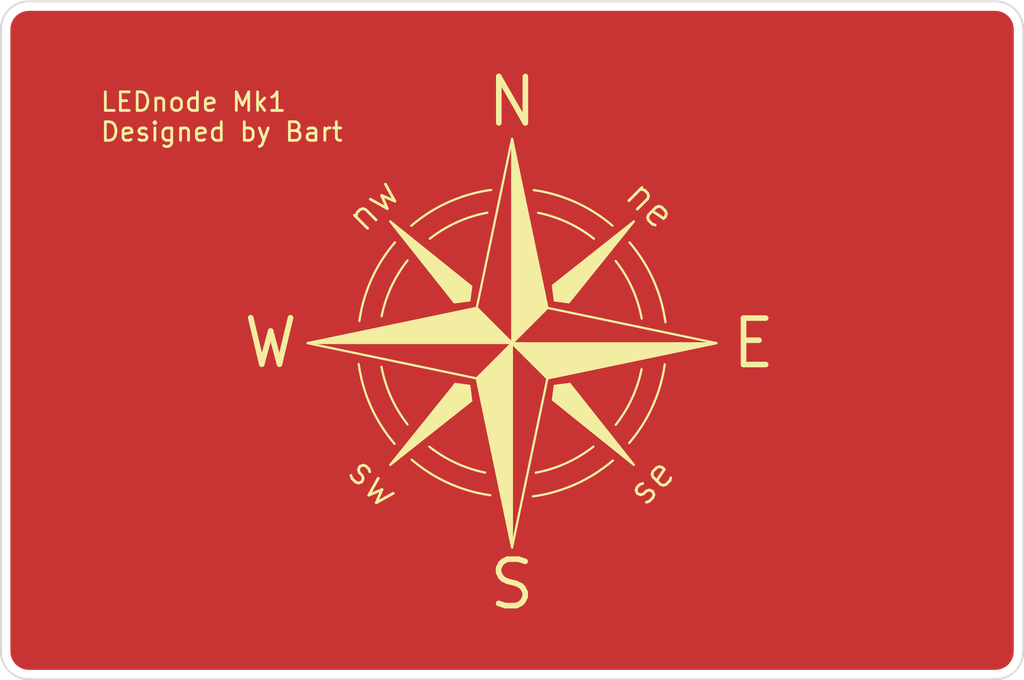
<source format=kicad_pcb>
(kicad_pcb (version 20211014) (generator pcbnew)

  (general
    (thickness 1.6)
  )

  (paper "A4")
  (layers
    (0 "F.Cu" signal)
    (31 "B.Cu" signal)
    (32 "B.Adhes" user "B.Adhesive")
    (33 "F.Adhes" user "F.Adhesive")
    (34 "B.Paste" user)
    (35 "F.Paste" user)
    (36 "B.SilkS" user "B.Silkscreen")
    (37 "F.SilkS" user "F.Silkscreen")
    (38 "B.Mask" user)
    (39 "F.Mask" user)
    (40 "Dwgs.User" user "User.Drawings")
    (41 "Cmts.User" user "User.Comments")
    (42 "Eco1.User" user "User.Eco1")
    (43 "Eco2.User" user "User.Eco2")
    (44 "Edge.Cuts" user)
    (45 "Margin" user)
    (46 "B.CrtYd" user "B.Courtyard")
    (47 "F.CrtYd" user "F.Courtyard")
    (48 "B.Fab" user)
    (49 "F.Fab" user)
    (50 "User.1" user)
    (51 "User.2" user)
    (52 "User.3" user)
    (53 "User.4" user)
    (54 "User.5" user)
    (55 "User.6" user)
    (56 "User.7" user)
    (57 "User.8" user)
    (58 "User.9" user)
  )

  (setup
    (pad_to_mask_clearance 0)
    (aux_axis_origin 83 65.25)
    (grid_origin 83 65.25)
    (pcbplotparams
      (layerselection 0x00010fc_ffffffff)
      (disableapertmacros false)
      (usegerberextensions false)
      (usegerberattributes true)
      (usegerberadvancedattributes true)
      (creategerberjobfile true)
      (svguseinch false)
      (svgprecision 6)
      (excludeedgelayer true)
      (plotframeref false)
      (viasonmask false)
      (mode 1)
      (useauxorigin false)
      (hpglpennumber 1)
      (hpglpenspeed 20)
      (hpglpendiameter 15.000000)
      (dxfpolygonmode true)
      (dxfimperialunits true)
      (dxfusepcbnewfont true)
      (psnegative false)
      (psa4output false)
      (plotreference true)
      (plotvalue true)
      (plotinvisibletext false)
      (sketchpadsonfab false)
      (subtractmaskfromsilk false)
      (outputformat 1)
      (mirror false)
      (drillshape 0)
      (scaleselection 1)
      (outputdirectory "output")
    )
  )

  (net 0 "")

  (gr_arc (start 81.666643 98.643706) (mid 80.778073 97.179279) (end 80.264987 95.545007) (layer "F.SilkS") (width 0.12) (tstamp 044ed909-8654-4432-ad65-2607224e408b))
  (gr_line (start 87.289987 94.270007) (end 89.189987 92.370007) (layer "F.SilkS") (width 0.12) (tstamp 08c2fe9e-4db3-461d-aab5-c2deb2946fda))
  (gr_line (start 87.289987 94.270007) (end 85.389987 96.170007) (layer "F.SilkS") (width 0.12) (tstamp 0e49a73c-9c97-4fb2-8d5c-702d917314fa))
  (gr_line (start 80.739987 100.820007) (end 84.239987 96.470007) (layer "F.SilkS") (width 0.12) (tstamp 13dd90ee-c7e8-4040-ba8f-56869b31cc55))
  (gr_poly
    (pts
      (xy 89.189987 92.370007)
      (xy 87.289987 94.270007)
      (xy 87.289987 83.270007)
    ) (layer "F.SilkS") (width 0.1) (fill solid) (tstamp 16cb4a1b-6f4d-4895-9eb2-fad8204106c5))
  (gr_arc (start 92.710761 100.59008) (mid 90.702163 101.865082) (end 88.414987 102.520007) (layer "F.SilkS") (width 0.12) (tstamp 18372199-6d42-409f-bbb7-74467619f327))
  (gr_poly
    (pts
      (xy 84.239987 96.470007)
      (xy 84.989987 96.570007)
      (xy 85.089987 97.370007)
      (xy 80.739987 100.820007)
    ) (layer "F.SilkS") (width 0.1) (fill solid) (tstamp 18a14ec2-01f7-49d9-b27e-77bb85efea3f))
  (gr_poly
    (pts
      (xy 89.189987 96.170007)
      (xy 87.289987 94.270007)
      (xy 98.289987 94.270007)
    ) (layer "F.SilkS") (width 0.1) (fill solid) (tstamp 1e90cf46-4e9f-420d-a0ed-37f5bd11d5c7))
  (gr_line (start 89.589987 96.570007) (end 89.489987 97.320007) (layer "F.SilkS") (width 0.12) (tstamp 2163dff5-07e1-4551-acf0-9de9075ae601))
  (gr_line (start 84.989987 91.970007) (end 85.089987 91.220007) (layer "F.SilkS") (width 0.12) (tstamp 223ef4dd-1cbf-4611-bb49-bcdbf0924f22))
  (gr_line (start 84.989987 96.570007) (end 85.089987 97.370007) (layer "F.SilkS") (width 0.12) (tstamp 2aacc7ee-3fc3-455f-aa7d-355097e2af11))
  (gr_poly
    (pts
      (xy 85.389987 96.170007)
      (xy 87.289987 94.270007)
      (xy 87.289987 105.270007)
    ) (layer "F.SilkS") (width 0.1) (fill solid) (tstamp 2d6d5d89-1997-4fb5-aebd-b4766772d56a))
  (gr_line (start 90.389987 96.470007) (end 93.839987 100.820007) (layer "F.SilkS") (width 0.12) (tstamp 30127ee8-4b22-4425-abd7-0395faa300de))
  (gr_arc (start 94.258812 95.66875) (mid 93.738239 97.251273) (end 92.864987 98.670007) (layer "F.SilkS") (width 0.12) (tstamp 35601600-1163-4a53-8b40-dd539dfa5206))
  (gr_line (start 87.289987 94.270007) (end 85.389987 92.370007) (layer "F.SilkS") (width 0.12) (tstamp 415df666-b89e-4c69-a5d3-9ef77e488ec3))
  (gr_arc (start 80.271162 92.821264) (mid 80.791735 91.238741) (end 81.664987 89.820007) (layer "F.SilkS") (width 0.12) (tstamp 457a9703-d9de-41a9-8fc5-275c0a85c6bf))
  (gr_arc (start 85.841244 101.238832) (mid 84.258721 100.718259) (end 82.839987 99.845007) (layer "F.SilkS") (width 0.12) (tstamp 4d429e53-f584-4ffa-bc2b-66a9602033e8))
  (gr_poly
    (pts
      (xy 89.489987 97.320007)
      (xy 89.589987 96.570007)
      (xy 90.389987 96.470007)
      (xy 93.839987 100.820007)
    ) (layer "F.SilkS") (width 0.1) (fill solid) (tstamp 51004712-aca9-4fbd-9031-39741f9e5cab))
  (gr_line (start 80.739987 87.720007) (end 85.089987 91.220007) (layer "F.SilkS") (width 0.12) (tstamp 5e69a0f3-9ff5-4f5b-b661-0d9edea4bbbf))
  (gr_arc (start 88.459635 86.030269) (mid 90.711482 86.685683) (end 92.689987 87.945007) (layer "F.SilkS") (width 0.12) (tstamp 693ae028-eb1e-48af-9ae4-abae25d6748a))
  (gr_line (start 89.489987 91.170007) (end 93.839987 87.720007) (layer "F.SilkS") (width 0.12) (tstamp 6aeafff6-3be4-4498-9854-57c3abfa45d2))
  (gr_line (start 87.289987 94.270007) (end 89.189987 92.370007) (layer "F.SilkS") (width 0.12) (tstamp 717c6031-0891-41ab-8302-9fe8142a6e0e))
  (gr_line (start 84.189987 92.070007) (end 80.739987 87.720007) (layer "F.SilkS") (width 0.12) (tstamp 71b55845-1b69-4075-b010-f80ab5543ed4))
  (gr_line (start 84.989987 91.970007) (end 84.189987 92.070007) (layer "F.SilkS") (width 0.12) (tstamp 7c836b02-4cfd-4161-9119-dcc9cb64655b))
  (gr_line (start 89.589987 91.970007) (end 89.489987 91.170007) (layer "F.SilkS") (width 0.12) (tstamp 87877e0b-f92c-44db-9e93-c4f6d6537d84))
  (gr_line (start 84.989987 96.570007) (end 84.239987 96.470007) (layer "F.SilkS") (width 0.12) (tstamp 887d0669-7224-46c3-b959-0cacd5c8d6af))
  (gr_arc (start 86.120339 102.459745) (mid 83.868492 101.804331) (end 81.889987 100.545007) (layer "F.SilkS") (width 0.12) (tstamp 8c80c2f3-7c8a-4de6-a246-b9cb78d858a8))
  (gr_line (start 98.289987 94.270007) (end 89.189987 96.170007) (layer "F.SilkS") (width 0.12) (tstamp 8e0727f4-50f3-42c4-91d4-869d32e5eff1))
  (gr_poly
    (pts
      (xy 90.339987 92.070007)
      (xy 89.589987 91.970007)
      (xy 89.489987 91.170007)
      (xy 93.839987 87.720007)
    ) (layer "F.SilkS") (width 0.1) (fill solid) (tstamp 90a007c8-c822-4ebb-9819-46979a536fb9))
  (gr_arc (start 92.863331 89.846308) (mid 93.751901 91.310735) (end 94.264987 92.945007) (layer "F.SilkS") (width 0.12) (tstamp 97ceecb7-c2ec-481c-a4e0-035ace2a3fbf))
  (gr_line (start 76.289987 94.270007) (end 85.389987 92.370007) (layer "F.SilkS") (width 0.12) (tstamp 9b4a8747-4c13-4b6e-96b2-531e431b6bb7))
  (gr_arc (start 91.663686 99.843351) (mid 90.199259 100.731921) (end 88.564987 101.245007) (layer "F.SilkS") (width 0.12) (tstamp a077d917-9677-465f-a25d-c2a9bd23a7ea))
  (gr_line (start 85.389987 92.370007) (end 87.289987 83.270007) (layer "F.SilkS") (width 0.12) (tstamp a26c0df0-52c9-4e45-91bf-6aea7bd691ee))
  (gr_line (start 93.839987 100.820007) (end 89.489987 97.320007) (layer "F.SilkS") (width 0.12) (tstamp adb725e0-e3e9-4d37-ba24-39df5e2104af))
  (gr_poly
    (pts
      (xy 85.089987 91.220007)
      (xy 84.989987 91.970007)
      (xy 84.189987 92.070007)
      (xy 80.739987 87.720007)
    ) (layer "F.SilkS") (width 0.1) (fill solid) (tstamp b7fc5dc4-97fc-4c54-b541-558a75878fd0))
  (gr_arc (start 80.969914 99.690781) (mid 79.694912 97.682183) (end 79.039987 95.395007) (layer "F.SilkS") (width 0.12) (tstamp b9da1d38-fded-40b7-b33d-ac2facb5323d))
  (gr_line (start 87.289987 105.270007) (end 85.389987 96.170007) (layer "F.SilkS") (width 0.12) (tstamp c67e5815-c998-4dd5-8f42-db53c3435402))
  (gr_line (start 89.589987 96.570007) (end 90.389987 96.470007) (layer "F.SilkS") (width 0.12) (tstamp c6d64002-c5ad-4626-a0fc-e6a1934ddeb6))
  (gr_line (start 87.289987 94.270007) (end 89.189987 96.170007) (layer "F.SilkS") (width 0.12) (tstamp c939261b-d0c5-448e-8cbf-baf3f3daa97b))
  (gr_line (start 87.289987 94.270007) (end 89.189987 96.170007) (layer "F.SilkS") (width 0.12) (tstamp cb658b90-0137-418f-898f-ae34f878f9a0))
  (gr_line (start 87.289987 94.270007) (end 85.389987 92.370007) (layer "F.SilkS") (width 0.12) (tstamp cc988e77-b0de-4536-a4d3-434110248035))
  (gr_arc (start 82.866288 88.646663) (mid 84.330715 87.758093) (end 85.964987 87.245007) (layer "F.SilkS") (width 0.12) (tstamp d2d3016a-1496-436a-99b5-0c711c0e038c))
  (gr_line (start 87.289987 94.270007) (end 85.389987 96.170007) (layer "F.SilkS") (width 0.12) (tstamp db75f590-c58d-4dae-8488-42d1c001514c))
  (gr_arc (start 88.68873 87.251182) (mid 90.271253 87.771755) (end 91.689987 88.645007) (layer "F.SilkS") (width 0.12) (tstamp e3b7ace7-1ac4-4100-9695-a27919a29fd9))
  (gr_arc (start 93.61006 88.849233) (mid 94.885062 90.857831) (end 95.539987 93.145007) (layer "F.SilkS") (width 0.12) (tstamp e9a539de-2998-454e-91ab-6d794a12f319))
  (gr_line (start 85.089987 97.370007) (end 80.739987 100.820007) (layer "F.SilkS") (width 0.12) (tstamp eabdc2f8-937f-4026-8f26-2b1e4665dddd))
  (gr_arc (start 81.869213 87.949934) (mid 83.877811 86.674932) (end 86.164987 86.020007) (layer "F.SilkS") (width 0.12) (tstamp eb5334ee-eeb4-43f9-8190-eb2d25c3d343))
  (gr_line (start 89.189987 92.370007) (end 98.289987 94.270007) (layer "F.SilkS") (width 0.12) (tstamp ebc3499b-939d-47dc-bae2-89edf785ef27))
  (gr_poly
    (pts
      (xy 85.389987 92.370007)
      (xy 87.289987 94.270007)
      (xy 76.289987 94.270007)
    ) (layer "F.SilkS") (width 0.1) (fill solid) (tstamp ed72bd10-9bc7-4295-b59e-2ef40a6a5dc9))
  (gr_arc (start 95.504725 95.414655) (mid 94.849311 97.666502) (end 93.589987 99.645007) (layer "F.SilkS") (width 0.12) (tstamp ee2aecb6-139c-41af-8238-4842b0f28215))
  (gr_arc (start 79.075249 93.075359) (mid 79.730663 90.823512) (end 80.989987 88.845007) (layer "F.SilkS") (width 0.12) (tstamp ee2f76ec-66ad-462e-a8fd-278c83e1b513))
  (gr_line (start 87.289987 83.270007) (end 89.189987 92.370007) (layer "F.SilkS") (width 0.12) (tstamp efade2b4-6d20-47ea-a8cc-f6ef80a96e21))
  (gr_line (start 89.189987 96.170007) (end 87.289987 105.270007) (layer "F.SilkS") (width 0.12) (tstamp f1275cd4-42df-4464-a610-c4eba47cb3dc))
  (gr_line (start 85.389987 96.170007) (end 76.289987 94.270007) (layer "F.SilkS") (width 0.12) (tstamp f1ea6043-1463-4d26-b429-2506d809a7ae))
  (gr_line (start 89.589987 91.970007) (end 90.339987 92.070007) (layer "F.SilkS") (width 0.12) (tstamp f5fd3a0f-3858-46db-b56e-3235996d7c34))
  (gr_line (start 93.839987 87.720007) (end 90.339987 92.070007) (layer "F.SilkS") (width 0.12) (tstamp fb7bf3a7-4cd9-4dcb-8bac-86c2217c08a2))
  (gr_arc (start 113.29 75.87) (mid 114.35066 76.30934) (end 114.79 77.37) (layer "Edge.Cuts") (width 0.1) (tstamp 36caf50c-ceeb-43be-96bc-2f770a24bd92))
  (gr_line (start 59.79 77.37) (end 59.79 110.87) (layer "Edge.Cuts") (width 0.1) (tstamp 4cb86e81-bae4-41bc-a548-48eebd70119c))
  (gr_arc (start 61.29 112.37) (mid 60.22934 111.93066) (end 59.79 110.87) (layer "Edge.Cuts") (width 0.1) (tstamp 518bcb79-f309-4e96-8cce-b72f7737d03d))
  (gr_line (start 87.29 75.87) (end 113.29 75.87) (layer "Edge.Cuts") (width 0.1) (tstamp 8d7bf239-ac85-439a-a2eb-e04a0bb54905))
  (gr_line (start 87.29 75.87) (end 61.29 75.87) (layer "Edge.Cuts") (width 0.1) (tstamp 9d6864b9-c416-4c9f-bb31-0936af1f99ec))
  (gr_line (start 114.79 110.87) (end 114.79 77.37) (layer "Edge.Cuts") (width 0.1) (tstamp acf6a3b4-14c6-4504-9c9c-ffde9dc023c9))
  (gr_arc (start 59.79 77.37) (mid 60.22934 76.30934) (end 61.29 75.87) (layer "Edge.Cuts") (width 0.1) (tstamp ae16aeb7-eeb9-42c9-9295-8329ed8b75e1))
  (gr_line (start 61.29 112.37) (end 113.29 112.37) (layer "Edge.Cuts") (width 0.1) (tstamp dd97135c-8928-471b-bb8b-e541643b69e2))
  (gr_arc (start 114.79 110.87) (mid 114.35066 111.93066) (end 113.29 112.37) (layer "Edge.Cuts") (width 0.1) (tstamp f8ae96ba-e19a-46c7-a780-aa31bd7bfe12))
  (gr_line locked (start 87.29 75.87) (end 87.29 95.43) (layer "User.2") (width 0.15) (tstamp 3ff7c08a-fcac-412e-8279-485005e6dc96))
  (gr_circle locked (center 87.29 95.43) (end 87.81 95.43) (layer "User.2") (width 0.15) (fill none) (tstamp e463113b-cd51-4cad-afb8-c5140a494cdc))
  (gr_text "ne" (at 94.739987 86.795007 315) (layer "F.SilkS") (tstamp 0287948a-6e5c-49c5-8d77-0b9b36a12c59)
    (effects (font (size 1.5 1.5) (thickness 0.15)))
  )
  (gr_text "S" (at 87.279987 107.260007) (layer "F.SilkS") (tstamp 416b1052-56b0-4b8c-a78d-c3847ff0b7ca)
    (effects (font (size 2.5 2.5) (thickness 0.3)))
  )
  (gr_text "nw" (at 79.814987 86.820007 45) (layer "F.SilkS") (tstamp 4931d1c5-8d0e-4a9b-8aaa-150b65598446)
    (effects (font (size 1.5 1.5) (thickness 0.15)))
  )
  (gr_text "N" (at 87.289987 81.270007) (layer "F.SilkS") (tstamp 4d64d0f4-be74-4279-9c3b-d89549ac6ece)
    (effects (font (size 2.5 2.5) (thickness 0.3)))
  )
  (gr_text "W" (at 74.299987 94.260007) (layer "F.SilkS") (tstamp 5a451970-5725-4eb4-8226-7d7ff733fb02)
    (effects (font (size 2.5 2.5) (thickness 0.3)))
  )
  (gr_text "se" (at 94.764987 101.720007 45) (layer "F.SilkS") (tstamp 5c56b697-336a-4e25-b0bd-f7bf8ac44b86)
    (effects (font (size 1.5 1.5) (thickness 0.15)))
  )
  (gr_text "E" (at 100.279987 94.280007) (layer "F.SilkS") (tstamp 6e8f67f0-17b0-4876-989a-3d8bd6752e52)
    (effects (font (size 2.5 2.5) (thickness 0.3)))
  )
  (gr_text "LEDnode Mk1\nDesigned by Bart" (at 65.07 82.09) (layer "F.SilkS") (tstamp d0134b57-dfae-49d9-a32f-12a6e3a6bbba)
    (effects (font (size 1 1) (thickness 0.15)) (justify left))
  )
  (gr_text "sw" (at 79.839987 101.745007 315) (layer "F.SilkS") (tstamp f86a8213-ae27-4830-955d-45cd975acc54)
    (effects (font (size 1.5 1.5) (thickness 0.15)))
  )

  (zone (net 0) (net_name "") (layer "F.Cu") (tstamp 0e356f5f-af21-4063-ab5d-8bffb77adbab) (hatch edge 0.508)
    (connect_pads (clearance 0.508))
    (min_thickness 0.254) (filled_areas_thickness no)
    (fill yes (thermal_gap 0.508) (thermal_bridge_width 0.508))
    (polygon
      (pts
        (xy 114.79 112.4)
        (xy 59.78 112.386367)
        (xy 59.79 75.87)
        (xy 114.79 75.87)
      )
    )
    (filled_polygon
      (layer "F.Cu")
      (island)
      (pts
        (xy 113.260057 76.3795)
        (xy 113.274858 76.381805)
        (xy 113.274861 76.381805)
        (xy 113.28373 76.383186)
        (xy 113.296378 76.381532)
        (xy 113.323692 76.380948)
        (xy 113.402682 76.387859)
        (xy 113.451281 76.392111)
        (xy 113.472904 76.395923)
        (xy 113.585888 76.426197)
        (xy 113.618636 76.434972)
        (xy 113.639275 76.442484)
        (xy 113.77601 76.506245)
        (xy 113.79503 76.517227)
        (xy 113.918618 76.603764)
        (xy 113.935443 76.617882)
        (xy 114.042118 76.724557)
        (xy 114.056236 76.741382)
        (xy 114.142773 76.86497)
        (xy 114.153755 76.88399)
        (xy 114.217516 77.020725)
        (xy 114.225028 77.041364)
        (xy 114.264076 77.187092)
        (xy 114.26789 77.208722)
        (xy 114.278449 77.329419)
        (xy 114.277896 77.345879)
        (xy 114.278305 77.345884)
        (xy 114.278195 77.354858)
        (xy 114.276814 77.36373)
        (xy 114.277978 77.372632)
        (xy 114.277978 77.372635)
        (xy 114.280936 77.395251)
        (xy 114.282 77.411589)
        (xy 114.282 110.820672)
        (xy 114.2805 110.840056)
        (xy 114.276814 110.86373)
        (xy 114.278454 110.87627)
        (xy 114.278468 110.876375)
        (xy 114.279052 110.903692)
        (xy 114.26789 111.031278)
        (xy 114.264076 111.052908)
        (xy 114.225028 111.198636)
        (xy 114.217516 111.219275)
        (xy 114.153755 111.35601)
        (xy 114.142773 111.37503)
        (xy 114.056236 111.498618)
        (xy 114.042118 111.515443)
        (xy 113.935443 111.622118)
        (xy 113.918618 111.636236)
        (xy 113.79503 111.722773)
        (xy 113.77601 111.733755)
        (xy 113.639275 111.797516)
        (xy 113.618635 111.805028)
        (xy 113.472904 111.844077)
        (xy 113.451281 111.847889)
        (xy 113.407391 111.851729)
        (xy 113.330581 111.858449)
        (xy 113.314121 111.857896)
        (xy 113.314116 111.858305)
        (xy 113.305142 111.858195)
        (xy 113.29627 111.856814)
        (xy 113.287368 111.857978)
        (xy 113.287365 111.857978)
        (xy 113.264749 111.860936)
        (xy 113.248411 111.862)
        (xy 61.339328 111.862)
        (xy 61.319943 111.8605)
        (xy 61.305142 111.858195)
        (xy 61.305139 111.858195)
        (xy 61.29627 111.856814)
        (xy 61.283622 111.858468)
        (xy 61.256308 111.859052)
        (xy 61.177318 111.852141)
        (xy 61.128719 111.847889)
        (xy 61.107096 111.844077)
        (xy 60.961365 111.805028)
        (xy 60.940725 111.797516)
        (xy 60.80399 111.733755)
        (xy 60.78497 111.722773)
        (xy 60.661382 111.636236)
        (xy 60.644557 111.622118)
        (xy 60.537882 111.515443)
        (xy 60.523764 111.498618)
        (xy 60.437227 111.37503)
        (xy 60.426245 111.35601)
        (xy 60.362484 111.219275)
        (xy 60.354972 111.198636)
        (xy 60.315924 111.052908)
        (xy 60.31211 111.031278)
        (xy 60.301551 110.910581)
        (xy 60.302104 110.894121)
        (xy 60.301695 110.894116)
        (xy 60.301805 110.885142)
        (xy 60.303186 110.87627)
        (xy 60.301547 110.86373)
        (xy 60.299064 110.844749)
        (xy 60.298 110.828411)
        (xy 60.298 77.419328)
        (xy 60.2995 77.399943)
        (xy 60.301805 77.385142)
        (xy 60.301805 77.385139)
        (xy 60.303186 77.37627)
        (xy 60.301532 77.363622)
        (xy 60.300948 77.336308)
        (xy 60.31211 77.208722)
        (xy 60.315924 77.187092)
        (xy 60.354972 77.041364)
        (xy 60.362484 77.020725)
        (xy 60.426245 76.88399)
        (xy 60.437227 76.86497)
        (xy 60.523764 76.741382)
        (xy 60.537882 76.724557)
        (xy 60.644557 76.617882)
        (xy 60.661382 76.603764)
        (xy 60.78497 76.517227)
        (xy 60.80399 76.506245)
        (xy 60.940725 76.442484)
        (xy 60.961364 76.434972)
        (xy 60.994112 76.426197)
        (xy 61.107096 76.395923)
        (xy 61.128719 76.392111)
        (xy 61.172609 76.388271)
        (xy 61.249419 76.381551)
        (xy 61.265879 76.382104)
        (xy 61.265884 76.381695)
        (xy 61.274858 76.381805)
        (xy 61.28373 76.383186)
        (xy 61.292632 76.382022)
        (xy 61.292635 76.382022)
        (xy 61.315251 76.379064)
        (xy 61.331589 76.378)
        (xy 113.240672 76.378)
      )
    )
  )
)

</source>
